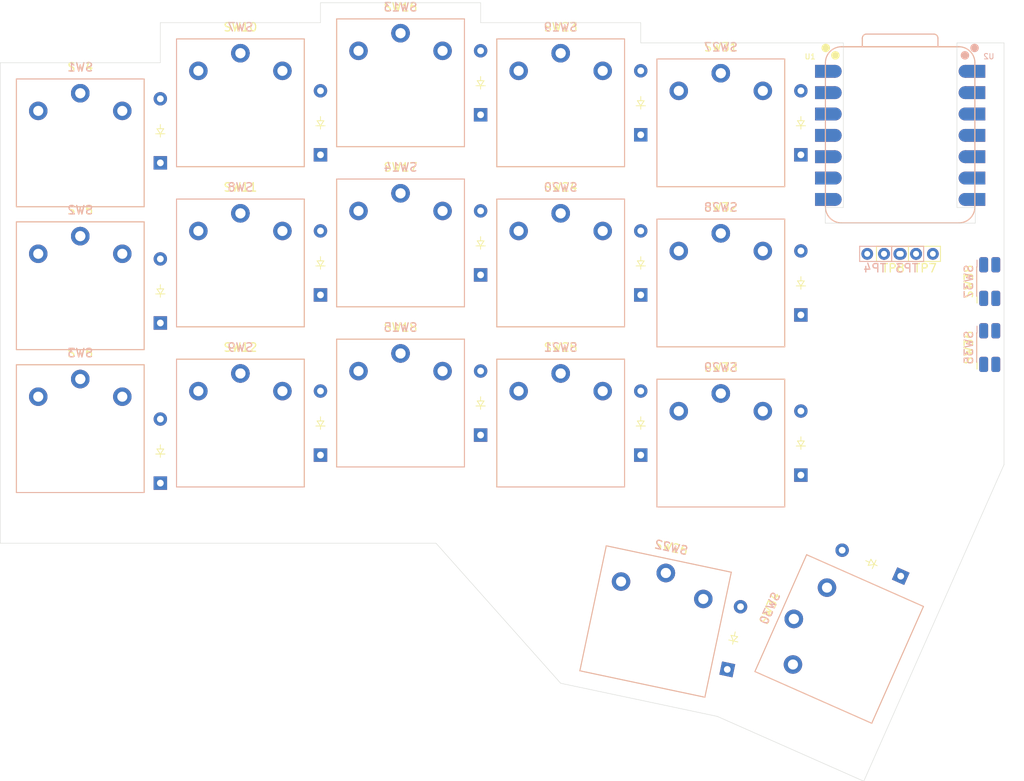
<source format=kicad_pcb>
(kicad_pcb (version 20240108) (generator "pcbnew") (generator_version "8.0")
  (layers (0 "F.Cu" signal) (31 "B.Cu" signal) (34 "B.Paste" user) (35 "F.Paste" user) (36 "B.SilkS" user "B.Silkscreen") (37 "F.SilkS" user "F.Silkscreen") (38 "B.Mask" user) (39 "F.Mask" user) (44 "Edge.Cuts" user))
  (net 0 "")
  (net 1 "Net-(D1-A)")
  (net 2 "R1")
  (net 3 "R2")
  (net 4 "Net-(D2-A)")
  (net 5 "R3")
  (net 6 "Net-(D3-A)")
  (net 7 "Net-(D4-A)")
  (net 8 "Net-(D5-A)")
  (net 9 "Net-(D6-A)")
  (net 10 "Net-(D7-A)")
  (net 11 "Net-(D8-A)")
  (net 12 "Net-(D9-A)")
  (net 13 "Net-(D10-A)")
  (net 14 "Net-(D11-A)")
  (net 15 "Net-(D12-A)")
  (net 16 "Net-(D13-A)")
  (net 17 "R4")
  (net 18 "Net-(D14-A)")
  (net 19 "Net-(D15-A)")
  (net 20 "Net-(D16-A)")
  (net 21 "Net-(D17-A)")
  (net 22 "CR1")
  (net 23 "CL1")
  (net 24 "CR2")
  (net 25 "CL2")
  (net 26 "CR3")
  (net 27 "CL3")
  (net 28 "CR4")
  (net 29 "CL4")
  (net 30 "CR5")
  (net 31 "CL5")
  (net 32 "RESET_LEFT")
  (net 33 "GND")
  (net 34 "RESET_RIGHT")
  (net 35 "PWR_SWITCH_LEFT")
  (net 36 "PWR_SWITCH_RIGHT")
  (footprint "TestPoint:TestPoint_Bridge_Pitch2.0mm_Drill0.7mm" (layer "F.Cu") (at 161.6583 70.358)
    (property "Reference" "TP7" (at 1.1 1.7 0) (layer "F.SilkS"))
    (property "Value" "TestPoint")
    (pad "1" thru_hole circle (at 0 0) (size 1.4 1.4) (drill 0.7) (layers "*.Cu" "*.Mask") (net 34 "RESET_RIGHT"))
    (pad "1" thru_hole circle (at 2 0) (size 1.4 1.4) (drill 0.7) (layers "*.Cu" "*.Mask") (net 34 "RESET_RIGHT"))
  )
  (footprint "ScottoKeebs_Components:Diode_DO-35" (layer "F.Cu") (at 109.855 53.81575 90)
    (property "Reference" "D7" (hide yes))
    (property "Value" "Diode" (hide yes))
    (pad "1" thru_hole rect (at 0 0 90) (size 1.6 1.6) (drill 0.8) (layers "*.Cu" "*.Mask") (net 2 "R1"))
    (pad "2" thru_hole oval (at 7.62 0 90) (size 1.6 1.6) (drill 0.8) (layers "*.Cu" "*.Mask") (net 10 "Net-(D7-A)"))
  )
  (footprint "ScottoKeebs_Choc:Choc_V1_1.00u" (layer "F.Cu") (at 130.669525 114.094676 -11.94)
    (property "Reference" "SW26" (at 0 -9 -11.94) (layer "F.SilkS"))
    (property "Value" "Switch")
    (pad "" np_thru_hole circle (at -5.5 0 348.06) (size 1.9 1.9) (drill 1.9) (layers "*.Cu" "*.Mask"))
    (pad "" np_thru_hole circle (at 0 0 348.06) (size 3.45 3.45) (drill 3.45) (layers "*.Cu" "*.Mask"))
    (pad "" np_thru_hole circle (at 5.5 0 348.06) (size 1.9 1.9) (drill 1.9) (layers "*.Cu" "*.Mask"))
    (pad "1" thru_hole circle (at 0 -5.9 348.06) (size 2.2 2.2) (drill 1.2) (layers "*.Cu" "*.Mask") (net 29 "CL4"))
    (pad "2" thru_hole circle (at 5 -3.8 348.06) (size 2.2 2.2) (drill 1.2) (layers "*.Cu" "*.Mask") (net 16 "Net-(D13-A)"))
  )
  (footprint "Seeed Studio XIAO:XIAO-nRF52840-BG" (layer "F.Cu") (at 159.766 56.261)
    (property "Reference" "U1" (at -10.71115 -9.3642 0) (layer "F.SilkS") (effects (font (size 0.635 0.635) (thickness 0.1016))))
    (property "Value" "XIAO-nRF52840-DIP")
    (pad "1" smd rect (at -8.92 -7.62) (size 2.4 1.524) (layers "B.Cu" "B.Paste" "B.Mask") (net 23 "CL1"))
    (pad "1" smd circle (at -7.72 -7.62) (size 1.524 1.524) (layers "B.Cu" "B.Paste" "B.Mask") (net 23 "CL1"))
    (pad "2" smd rect (at -8.92 -5.08) (size 2.4 1.524) (layers "B.Cu" "B.Paste" "B.Mask") (net 25 "CL2"))
    (pad "2" smd circle (at -7.72 -5.08) (size 1.524 1.524) (layers "B.Cu" "B.Paste" "B.Mask") (net 25 "CL2"))
    (pad "3" smd rect (at -8.92 -2.54) (size 2.4 1.524) (layers "B.Cu" "B.Paste" "B.Mask") (net 27 "CL3"))
    (pad "3" smd circle (at -7.72 -2.54) (size 1.524 1.524) (layers "B.Cu" "B.Paste" "B.Mask") (net 27 "CL3"))
    (pad "4" smd rect (at -8.92 0) (size 2.4 1.524) (layers "B.Cu" "B.Paste" "B.Mask") (net 29 "CL4"))
    (pad "4" smd circle (at -7.72 0) (size 1.524 1.524) (layers "B.Cu" "B.Paste" "B.Mask") (net 29 "CL4"))
    (pad "5" smd rect (at -8.92 2.54) (size 2.4 1.524) (layers "B.Cu" "B.Paste" "B.Mask") (net 31 "CL5"))
    (pad "5" smd circle (at -7.72 2.54) (size 1.524 1.524) (layers "B.Cu" "B.Paste" "B.Mask") (net 31 "CL5"))
    (pad "6" smd rect (at -8.92 5.08) (size 2.4 1.524) (layers "B.Cu" "B.Paste" "B.Mask") (net 2 "R1"))
    (pad "6" smd circle (at -7.72 5.08) (size 1.524 1.524) (layers "B.Cu" "B.Paste" "B.Mask") (net 2 "R1"))
    (pad "7" smd rect (at -8.92 7.62) (size 2.4 1.524) (layers "B.Cu" "B.Paste" "B.Mask") (net 3 "R2"))
    (pad "7" smd circle (at -7.72 7.62) (size 1.524 1.524) (layers "B.Cu" "B.Paste" "B.Mask") (net 3 "R2"))
    (pad "8" smd circle (at 7.72 7.62) (size 1.524 1.524) (layers "B.Cu" "B.Paste" "B.Mask") (net 5 "R3"))
    (pad "8" smd rect (at 8.92 7.62) (size 2.4 1.524) (layers "B.Cu" "B.Paste" "B.Mask") (net 5 "R3"))
    (pad "9" smd circle (at 7.72 5.08) (size 1.524 1.524) (layers "B.Cu" "B.Paste" "B.Mask") (net 17 "R4"))
    (pad "9" smd rect (at 8.92 5.08) (size 2.4 1.524) (layers "B.Cu" "B.Paste" "B.Mask") (net 17 "R4"))
    (pad "10" smd circle (at 7.72 2.54) (size 1.524 1.524) (layers "B.Cu" "B.Paste" "B.Mask") (net 35 "PWR_SWITCH_LEFT"))
    (pad "10" smd rect (at 8.92 2.54) (size 2.4 1.524) (layers "B.Cu" "B.Paste" "B.Mask") (net 35 "PWR_SWITCH_LEFT"))
    (pad "11" smd circle (at 7.72 0) (size 1.524 1.524) (layers "B.Cu" "B.Paste" "B.Mask"))
    (pad "11" smd rect (at 8.92 0) (size 2.4 1.524) (layers "B.Cu" "B.Paste" "B.Mask"))
    (pad "12" smd circle (at 7.72 -2.54) (size 1.524 1.524) (layers "B.Cu" "B.Paste" "B.Mask"))
    (pad "12" smd rect (at 8.92 -2.54) (size 2.4 1.524) (layers "B.Cu" "B.Paste" "B.Mask"))
    (pad "13" smd circle (at 7.72 -5.08) (size 1.524 1.524) (layers "B.Cu" "B.Paste" "B.Mask") (net 33 "GND"))
    (pad "13" smd rect (at 8.92 -5.08) (size 2.4 1.524) (layers "B.Cu" "B.Paste" "B.Mask") (net 33 "GND"))
    (pad "14" smd circle (at 7.72 -7.62) (size 1.524 1.524) (layers "B.Cu" "B.Paste" "B.Mask"))
    (pad "14" smd rect (at 8.92 -7.62) (size 2.4 1.524) (layers "B.Cu" "B.Paste" "B.Mask"))
  )
  (footprint "ScottoKeebs_Choc:Choc_V1_1.00u" (layer "F.Cu") (at 138.43 54.768)
    (property "Reference" "SW31" (at 0 -9 0) (layer "F.SilkS"))
    (property "Value" "Switch")
    (pad "" np_thru_hole circle (at -5.5 0) (size 1.9 1.9) (drill 1.9) (layers "*.Cu" "*.Mask"))
    (pad "" np_thru_hole circle (at 0 0) (size 3.45 3.45) (drill 3.45) (layers "*.Cu" "*.Mask"))
    (pad "" np_thru_hole circle (at 5.5 0) (size 1.9 1.9) (drill 1.9) (layers "*.Cu" "*.Mask"))
    (pad "1" thru_hole circle (at 0 -5.9) (size 2.2 2.2) (drill 1.2) (layers "*.Cu" "*.Mask") (net 31 "CL5"))
    (pad "2" thru_hole circle (at 5 -3.8) (size 2.2 2.2) (drill 1.2) (layers "*.Cu" "*.Mask") (net 18 "Net-(D14-A)"))
  )
  (footprint "ScottoKeebs_Components:Diode_DO-35" (layer "F.Cu") (at 159.833846 108.697874 156.12)
    (property "Reference" "D17" (hide yes))
    (property "Value" "Diode" (hide yes))
    (pad "1" thru_hole rect (at 0 0 156.12) (size 1.6 1.6) (drill 0.8) (layers "*.Cu" "*.Mask") (net 17 "R4"))
    (pad "2" thru_hole oval (at 7.62 0 156.12) (size 1.6 1.6) (drill 0.8) (layers "*.Cu" "*.Mask") (net 21 "Net-(D17-A)"))
  )
  (footprint "ScottoKeebs_Choc:Choc_V1_1.50u" (layer "F.Cu") (at 152.511365 116.175711 66.12)
    (property "Reference" "SW34" (at 0 -9 66.12) (layer "F.SilkS"))
    (property "Value" "Switch")
    (pad "" np_thru_hole circle (at -5.5 0 66.12) (size 1.9 1.9) (drill 1.9) (layers "*.Cu" "*.Mask"))
    (pad "" np_thru_hole circle (at 0 0 66.12) (size 3.45 3.45) (drill 3.45) (layers "*.Cu" "*.Mask"))
    (pad "" np_thru_hole circle (at 5.5 0 66.12) (size 1.9 1.9) (drill 1.9) (layers "*.Cu" "*.Mask"))
    (pad "1" thru_hole circle (at 0 -5.9 66.12) (size 2.2 2.2) (drill 1.2) (layers "*.Cu" "*.Mask") (net 31 "CL5"))
    (pad "2" thru_hole circle (at 5 -3.8 66.12) (size 2.2 2.2) (drill 1.2) (layers "*.Cu" "*.Mask") (net 21 "Net-(D17-A)"))
  )
  (footprint "ScottoKeebs_Choc:Choc_V1_1.00u" (layer "F.Cu") (at 100.33 69.056)
    (property "Reference" "SW17" (at 0 -9 0) (layer "F.SilkS"))
    (property "Value" "Switch")
    (pad "" np_thru_hole circle (at -5.5 0) (size 1.9 1.9) (drill 1.9) (layers "*.Cu" "*.Mask"))
    (pad "" np_thru_hole circle (at 0 0) (size 3.45 3.45) (drill 3.45) (layers "*.Cu" "*.Mask"))
    (pad "" np_thru_hole circle (at 5.5 0) (size 1.9 1.9) (drill 1.9) (layers "*.Cu" "*.Mask"))
    (pad "1" thru_hole circle (at 0 -5.9) (size 2.2 2.2) (drill 1.2) (layers "*.Cu" "*.Mask") (net 27 "CL3"))
    (pad "2" thru_hole circle (at 5 -3.8) (size 2.2 2.2) (drill 1.2) (layers "*.Cu" "*.Mask") (net 11 "Net-(D8-A)"))
  )
  (footprint "ScottoKeebs_Choc:Choc_V1_1.00u" (layer "F.Cu") (at 119.38 52.387)
    (property "Reference" "SW23" (at 0 -9 0) (layer "F.SilkS"))
    (property "Value" "Switch")
    (pad "" np_thru_hole circle (at -5.5 0) (size 1.9 1.9) (drill 1.9) (layers "*.Cu" "*.Mask"))
    (pad "" np_thru_hole circle (at 0 0) (size 3.45 3.45) (drill 3.45) (layers "*.Cu" "*.Mask"))
    (pad "" np_thru_hole circle (at 5.5 0) (size 1.9 1.9) (drill 1.9) (layers "*.Cu" "*.Mask"))
    (pad "1" thru_hole circle (at 0 -5.9) (size 2.2 2.2) (drill 1.2) (layers "*.Cu" "*.Mask") (net 29 "CL4"))
    (pad "2" thru_hole circle (at 5 -3.8) (size 2.2 2.2) (drill 1.2) (layers "*.Cu" "*.Mask") (net 13 "Net-(D10-A)"))
  )
  (footprint "ScottoKeebs_Components:Diode_DO-35" (layer "F.Cu") (at 109.855 91.91575 90)
    (property "Reference" "D9" (hide yes))
    (property "Value" "Diode" (hide yes))
    (pad "1" thru_hole rect (at 0 0 90) (size 1.6 1.6) (drill 0.8) (layers "*.Cu" "*.Mask") (net 5 "R3"))
    (pad "2" thru_hole oval (at 7.62 0 90) (size 1.6 1.6) (drill 0.8) (layers "*.Cu" "*.Mask") (net 12 "Net-(D9-A)"))
  )
  (footprint "ScottoKeebs_Components:Diode_DO-35" (layer "F.Cu") (at 147.955 77.628 90)
    (property "Reference" "D15" (hide yes))
    (property "Value" "Diode" (hide yes))
    (pad "1" thru_hole rect (at 0 0 90) (size 1.6 1.6) (drill 0.8) (layers "*.Cu" "*.Mask") (net 3 "R2"))
    (pad "2" thru_hole oval (at 7.62 0 90) (size 1.6 1.6) (drill 0.8) (layers "*.Cu" "*.Mask") (net 19 "Net-(D15-A)"))
  )
  (footprint "ScottoKeebs_Components:Diode_DO-35" (layer "F.Cu") (at 90.805 75.247 90)
    (property "Reference" "D5" (hide yes))
    (property "Value" "Diode" (hide yes))
    (pad "1" thru_hole rect (at 0 0 90) (size 1.6 1.6) (drill 0.8) (layers "*.Cu" "*.Mask") (net 3 "R2"))
    (pad "2" thru_hole oval (at 7.62 0 90) (size 1.6 1.6) (drill 0.8) (layers "*.Cu" "*.Mask") (net 8 "Net-(D5-A)"))
  )
  (footprint "ScottoKeebs_Components:Diode_DO-35" (layer "F.Cu") (at 71.755 78.58075 90)
    (property "Reference" "D2" (hide yes))
    (property "Value" "Diode" (hide yes))
    (pad "1" thru_hole rect (at 0 0 90) (size 1.6 1.6) (drill 0.8) (layers "*.Cu" "*.Mask") (net 3 "R2"))
    (pad "2" thru_hole oval (at 7.62 0 90) (size 1.6 1.6) (drill 0.8) (layers "*.Cu" "*.Mask") (net 4 "Net-(D2-A)"))
  )
  (footprint "ScottoKeebs_Choc:Choc_V1_1.00u" (layer "F.Cu") (at 81.28 71.437)
    (property "Reference" "SW11" (at 0 -9 0) (layer "F.SilkS"))
    (property "Value" "Switch")
    (pad "" np_thru_hole circle (at -5.5 0) (size 1.9 1.9) (drill 1.9) (layers "*.Cu" "*.Mask"))
    (pad "" np_thru_hole circle (at 0 0) (size 3.45 3.45) (drill 3.45) (layers "*.Cu" "*.Mask"))
    (pad "" np_thru_hole circle (at 5.5 0) (size 1.9 1.9) (drill 1.9) (layers "*.Cu" "*.Mask"))
    (pad "1" thru_hole circle (at 0 -5.9) (size 2.2 2.2) (drill 1.2) (layers "*.Cu" "*.Mask") (net 25 "CL2"))
    (pad "2" thru_hole circle (at 5 -3.8) (size 2.2 2.2) (drill 1.2) (layers "*.Cu" "*.Mask") (net 8 "Net-(D5-A)"))
  )
  (footprint "TestPoint:TestPoint_Bridge_Pitch2.0mm_Drill0.7mm" (layer "F.Cu") (at 157.8483 70.358)
    (property "Reference" "TP8" (at 1.1 1.7 0) (layer "F.SilkS"))
    (property "Value" "TestPoint")
    (pad "1" thru_hole circle (at 0 0) (size 1.4 1.4) (drill 0.7) (layers "*.Cu" "*.Mask") (net 33 "GND"))
    (pad "1" thru_hole circle (at 2 0) (size 1.4 1.4) (drill 0.7) (layers "*.Cu" "*.Mask") (net 33 "GND"))
  )
  (footprint "ScottoKeebs_Components:Diode_DO-35" (layer "F.Cu") (at 109.855 72.86575 90)
    (property "Reference" "D8" (hide yes))
    (property "Value" "Diode" (hide yes))
    (pad "1" thru_hole rect (at 0 0 90) (size 1.6 1.6) (drill 0.8) (layers "*.Cu" "*.Mask") (net 3 "R2"))
    (pad "2" thru_hole oval (at 7.62 0 90) (size 1.6 1.6) (drill 0.8) (layers "*.Cu" "*.Mask") (net 11 "Net-(D8-A)"))
  )
  (footprint "ScottoKeebs_Choc:Choc_V1_1.00u" (layer "F.Cu") (at 138.43 92.868)
    (property "Reference" "SW33" (at 0 -9 0) (layer "F.SilkS"))
    (property "Value" "Switch")
    (pad "" np_thru_hole circle (at -5.5 0) (size 1.9 1.9) (drill 1.9) (layers "*.Cu" "*.Mask"))
    (pad "" np_thru_hole circle (at 0 0) (size 3.45 3.45) (drill 3.45) (layers "*.Cu" "*.Mask"))
    (pad "" np_thru_hole circle (at 5.5 0) (size 1.9 1.9) (drill 1.9) (layers "*.Cu" "*.Mask"))
    (pad "1" thru_hole circle (at 0 -5.9) (size 2.2 2.2) (drill 1.2) (layers "*.Cu" "*.Mask") (net 31 "CL5"))
    (pad "2" thru_hole circle (at 5 -3.8) (size 2.2 2.2) (drill 1.2) (layers "*.Cu" "*.Mask") (net 20 "Net-(D16-A)"))
  )
  (footprint "ScottoKeebs_Choc:Choc_V1_1.00u" (layer "F.Cu") (at 62.23 74.15)
    (property "Reference" "SW5" (at 0 -9 0) (layer "F.SilkS"))
    (property "Value" "Switch")
    (pad "" np_thru_hole circle (at -5.5 0) (size 1.9 1.9) (drill 1.9) (layers "*.Cu" "*.Mask"))
    (pad "" np_thru_hole circle (at 0 0) (size 3.45 3.45) (drill 3.45) (layers "*.Cu" "*.Mask"))
    (pad "" np_thru_hole circle (at 5.5 0) (size 1.9 1.9) (drill 1.9) (layers "*.Cu" "*.Mask"))
    (pad "1" thru_hole circle (at 0 -5.9) (size 2.2 2.2) (drill 1.2) (layers "*.Cu" "*.Mask") (net 23 "CL1"))
    (pad "2" thru_hole circle (at 5 -3.8) (size 2.2 2.2) (drill 1.2) (layers "*.Cu" "*.Mask") (net 4 "Net-(D2-A)"))
  )
  (footprint "ScottoKeebs_Choc:Choc_V1_1.00u" (layer "F.Cu") (at 62.23 57.15)
    (property "Reference" "SW4" (at 0 -9 0) (layer "F.SilkS"))
    (property "Value" "Switch")
    (pad "" np_thru_hole circle (at -5.5 0) (size 1.9 1.9) (drill 1.9) (layers "*.Cu" "*.Mask"))
    (pad "" np_thru_hole circle (at 0 0) (size 3.45 3.45) (drill 3.45) (layers "*.Cu" "*.Mask"))
    (pad "" np_thru_hole circle (at 5.5 0) (size 1.9 1.9) (drill 1.9) (layers "*.Cu" "*.Mask"))
    (pad "1" thru_hole circle (at 0 -5.9) (size 2.2 2.2) (drill 1.2) (layers "*.Cu" "*.Mask") (net 23 "CL1"))
    (pad "2" thru_hole circle (at 5 -3.8) (size 2.2 2.2) (drill 1.2) (layers "*.Cu" "*.Mask") (net 1 "Net-(D1-A)"))
  )
  (footprint "ScottoKeebs_Choc:Choc_V1_1.00u" (layer "F.Cu") (at 81.28 90.487)
    (property "Reference" "SW12" (at 0 -9 0) (layer "F.SilkS"))
    (property "Value" "Switch")
    (pad "" np_thru_hole circle (at -5.5 0) (size 1.9 1.9) (drill 1.9) (layers "*.Cu" "*.Mask"))
    (pad "" np_thru_hole circle (at 0 0) (size 3.45 3.45) (drill 3.45) (layers "*.Cu" "*.Mask"))
    (pad "" np_thru_hole circle (at 5.5 0) (size 1.9 1.9) (drill 1.9) (layers "*.Cu" "*.Mask"))
    (pad "1" thru_hole circle (at 0 -5.9) (size 2.2 2.2) (drill 1.2) (layers "*.Cu" "*.Mask") (net 25 "CL2"))
    (pad "2" thru_hole circle (at 5 -3.8) (size 2.2 2.2) (drill 1.2) (layers "*.Cu" "*.Mask") (net 9 "Net-(D6-A)"))
  )
  (footprint "Switch:SW_SPST_EVQP7A_ HandSoldering" (layer "F.Cu") (at 170.4213 73.65365 90)
    (property "Reference" "SW38" (at 0 -2.5 90) (layer "F.SilkS"))
    (property "Value" "Switch")
    (pad "1" smd roundrect (at -2 -0.72 90) (size 1.8 1.05) (layers "F.Cu" "F.Paste" "F.Mask") (roundrect_rratio 0.2380952381) (net 33 "GND"))
    (pad "1" smd roundrect (at 2 -0.72 90) (size 1.8 1.05) (layers "F.Cu" "F.Paste" "F.Mask") (roundrect_rratio 0.2380952381) (net 33 "GND"))
    (pad "2" smd roundrect (at -2 0.72 90) (size 1.8 1.05) (layers "F.Cu" "F.Paste" "F.Mask") (roundrect_rratio 0.2380952381) (net 36 "PWR_SWITCH_RIGHT"))
    (pad "2" smd roundrect (at 2 0.72 90) (size 1.8 1.05) (layers "F.Cu" "F.Paste" "F.Mask") (roundrect_rratio 0.2380952381) (net 36 "PWR_SWITCH_RIGHT"))
  )
  (footprint "ScottoKeebs_Choc:Choc_V1_1.00u" (layer "F.Cu") (at 100.33 88.106)
    (property "Reference" "SW18" (at 0 -9 0) (layer "F.SilkS"))
    (property "Value" "Switch")
    (pad "" np_thru_hole circle (at -5.5 0) (size 1.9 1.9) (drill 1.9) (layers "*.Cu" "*.Mask"))
    (pad "" np_thru_hole circle (at 0 0) (size 3.45 3.45) (drill 3.45) (layers "*.Cu" "*.Mask"))
    (pad "" np_thru_hole circle (at 5.5 0) (size 1.9 1.9) (drill 1.9) (layers "*.Cu" "*.Mask"))
    (pad "1" thru_hole circle (at 0 -5.9) (size 2.2 2.2) (drill 1.2) (layers "*.Cu" "*.Mask") (net 27 "CL3"))
    (pad "2" thru_hole circle (at 5 -3.8) (size 2.2 2.2) (drill 1.2) (layers "*.Cu" "*.Mask") (net 12 "Net-(D9-A)"))
  )
  (footprint "ScottoKeebs_Components:Diode_DO-35" (layer "F.Cu") (at 128.905 94.297 90)
    (property "Reference" "D12" (hide yes))
    (property "Value" "Diode" (hide yes))
    (pad "1" thru_hole rect (at 0 0 90) (size 1.6 1.6) (drill 0.8) (layers "*.Cu" "*.Mask") (net 5 "R3"))
    (pad "2" thru_hole oval (at 7.62 0 90) (size 1.6 1.6) (drill 0.8) (layers "*.Cu" "*.Mask") (net 15 "Net-(D12-A)"))
  )
  (footprint "ScottoKeebs_Choc:Choc_V1_1.00u" (layer "F.Cu") (at 100.33 50.006)
    (property "Reference" "SW16" (at 0 -9 0) (layer "F.SilkS"))
    (property "Value" "Switch")
    (pad "" np_thru_hole circle (at -5.5 0) (size 1.9 1.9) (drill 1.9) (layers "*.Cu" "*.Mask"))
    (pad "" np_thru_hole circle (at 0 0) (size 3.45 3.45) (drill 3.45) (layers "*.Cu" "*.Mask"))
    (pad "" np_thru_hole circle (at 5.5 0) (size 1.9 1.9) (drill 1.9) (layers "*.Cu" "*.Mask"))
    (pad "1" thru_hole circle (at 0 -5.9) (size 2.2 2.2) (drill 1.2) (layers "*.Cu" "*.Mask") (net 27 "CL3"))
    (pad "2" thru_hole circle (at 5 -3.8) (size 2.2 2.2) (drill 1.2) (layers "*.Cu" "*.Mask") (net 10 "Net-(D7-A)"))
  )
  (footprint "ScottoKeebs_Components:Diode_DO-35" (layer "F.Cu") (at 71.755 97.63075 90)
    (property "Reference" "D3" (hide yes))
    (property "Value" "Diode" (hide yes))
    (pad "1" thru_hole rect (at 0 0 90) (size 1.6 1.6) (drill 0.8) (layers "*.Cu" "*.Mask") (net 5 "R3"))
    (pad "2" thru_hole oval (at 7.62 0 90) (size 1.6 1.6) (drill 0.8) (layers "*.Cu" "*.Mask") (net 6 "Net-(D3-A)"))
  )
  (footprint "ScottoKeebs_Components:Diode_DO-35" (layer "F.Cu") (at 90.805 58.57825 90)
    (property "Reference" "D4" (hide yes))
    (property "Value" "Diode" (hide yes))
    (pad "1" thru_hole rect (at 0 0 90) (size 1.6 1.6) (drill 0.8) (layers "*.Cu" "*.Mask") (net 2 "R1"))
    (pad "2" thru_hole oval (at 7.62 0 90) (size 1.6 1.6) (drill 0.8) (layers "*.Cu" "*.Mask") (net 7 "Net-(D4-A)"))
  )
  (footprint "ScottoKeebs_Components:Diode_DO-35" (layer "F.Cu") (at 71.755 59.53075 90)
    (property "Reference" "D1" (hide yes))
    (property "Value" "Diode" (hide yes))
    (pad "1" thru_hole rect (at 0 0 90) (size 1.6 1.6) (drill 0.8) (layers "*.Cu" "*.Mask") (net 2 "R1"))
    (pad "2" thru_hole oval (at 7.62 0 90) (size 1.6 1.6) (drill 0.8) (layers "*.Cu" "*.Mask") (net 1 "Net-(D1-A)"))
  )
  (footprint "ScottoKeebs_Choc:Choc_V1_1.00u" (layer "F.Cu") (at 62.23 91.15)
    (property "Reference" "SW6" (at 0 -9 0) (layer "F.SilkS"))
    (property "Value" "Switch")
    (pad "" np_thru_hole circle (at -5.5 0) (size 1.9 1.9) (drill 1.9) (layers "*.Cu" "*.Mask"))
    (pad "" np_thru_hole circle (at 0 0) (size 3.45 3.45) (drill 3.45) (layers "*.Cu" "*.Mask"))
    (pad "" np_thru_hole circle (at 5.5 0) (size 1.9 1.9) (drill 1.9) (layers "*.Cu" "*.Mask"))
    (pad "1" thru_hole circle (at 0 -5.9) (size 2.2 2.2) (drill 1.2) (layers "*.Cu" "*.Mask") (net 23 "CL1"))
    (pad "2" thru_hole circle (at 5 -3.8) (size 2.2 2.2) (drill 1.2) (layers "*.Cu" "*.Mask") (net 6 "Net-(D3-A)"))
  )
  (footprint "Switch:SW_SPST_EVQP7A_ HandSoldering" (layer "F.Cu") (at 170.4213 81.5086 90)
    (property "Reference" "SW36" (at 0 -2.5 90) (layer "F.SilkS"))
    (property "Value" "Switch")
    (pad "1" smd roundrect (at -2 -0.72 90) (size 1.8 1.05) (layers "F.Cu" "F.Paste" "F.Mask") (roundrect_rratio 0.2380952381) (net 34 "RESET_RIGHT"))
    (pad "1" smd roundrect (at 2 -0.72 90) (size 1.8 1.05) (layers "F.Cu" "F.Paste" "F.Mask") (roundrect_rratio 0.2380952381) (net 34 "RESET_RIGHT"))
    (pad "2" smd roundrect (at -2 0.72 90) (size 1.8 1.05) (layers "F.Cu" "F.Paste" "F.Mask") (roundrect_rratio 0.2380952381) (net 33 "GND"))
    (pad "2" smd roundrect (at 2 0.72 90) (size 1.8 1.05) (layers "F.Cu" "F.Paste" "F.Mask") (roundrect_rratio 0.2380952381) (net 33 "GND"))
  )
  (footprint "ScottoKeebs_Choc:Choc_V1_1.00u" (layer "F.Cu") (at 81.28 52.387)
    (property "Reference" "SW10" (at 0 -9 0) (layer "F.SilkS"))
    (property "Value" "Switch")
    (pad "" np_thru_hole circle (at -5.5 0) (size 1.9 1.9) (drill 1.9) (layers "*.Cu" "*.Mask"))
    (pad "" np_thru_hole circle (at 0 0) (size 3.45 3.45) (drill 3.45) (layers "*.Cu" "*.Mask"))
    (pad "" np_thru_hole circle (at 5.5 0) (size 1.9 1.9) (drill 1.9) (layers "*.Cu" "*.Mask"))
    (pad "1" thru_hole circle (at 0 -5.9) (size 2.2 2.2) (drill 1.2) (layers "*.Cu" "*.Mask") (net 25 "CL2"))
    (pad "2" thru_hole circle (at 5 -3.8) (size 2.2 2.2) (drill 1.2) (layers "*.Cu" "*.Mask") (net 7 "Net-(D4-A)"))
  )
  (footprint "ScottoKeebs_Components:Diode_DO-35" (layer "F.Cu") (at 128.905 75.247 90)
    (property "Reference" "D11" (hide yes))
    (property "Value" "Diode" (hide yes))
    (pad "1" thru_hole rect (at 0 0 90) (size 1.6 1.6) (drill 0.8) (layers "*.Cu" "*.Mask") (net 3 "R2"))
    (pad "2" thru_hole oval (at 7.62 0 90) (size 1.6 1.6) (drill 0.8) (layers "*.Cu" "*.Mask") (net 14 "Net-(D11-A)"))
  )
  (footprint "ScottoKeebs_Components:Diode_DO-35" (layer "F.Cu") (at 147.955 96.678 90)
    (property "Reference" "D16" (hide yes))
    (property "Value" "Diode" (hide yes))
    (pad "1" thru_hole rect (at 0 0 90) (size 1.6 1.6) (drill 0.8) (layers "*.Cu" "*.Mask") (net 5 "R3"))
    (pad "2" thru_hole oval (at 7.62 0 90) (size 1.6 1.6) (drill 0.8) (layers "*.Cu" "*.Mask") (net 20 "Net-(D16-A)"))
  )
  (footprint "ScottoKeebs_Choc:Choc_V1_1.00u" (layer "F.Cu") (at 119.38 71.437)
    (property "Reference" "SW24" (at 0 -9 0) (layer "F.SilkS"))
    (property "Value" "Switch")
    (pad "" np_thru_hole circle (at -5.5 0) (size 1.9 1.9) (drill 1.9) (layers "*.Cu" "*.Mask"))
    (pad "" np_thru_hole circle (at 0 0) (size 3.45 3.45) (drill 3.45) (layers "*.Cu" "*.Mask"))
    (pad "" np_thru_hole circle (at 5.5 0) (size 1.9 1.9) (drill 1.9) (layers "*.Cu" "*.Mask"))
    (pad "1" thru_hole circle (at 0 -5.9) (size 2.2 2.2) (drill 1.2) (layers "*.Cu" "*.Mask") (net 29 "CL4"))
    (pad "2" thru_hole circle (at 5 -3.8) (size 2.2 2.2) (drill 1.2) (layers "*.Cu" "*.Mask") (net 14 "Net-(D11-A)"))
  )
  (footprint "ScottoKeebs_Components:Diode_DO-35" (layer "F.Cu") (at 90.805 94.297 90)
    (property "Reference" "D6" (hide yes))
    (property "Value" "Diode" (hide yes))
    (pad "1" thru_hole rect (at 0 0 90) (size 1.6 1.6) (drill 0.8) (layers "*.Cu" "*.Mask") (net 5 "R3"))
    (pad "2" thru_hole oval (at 7.62 0 90) (size 1.6 1.6) (drill 0.8) (layers "*.Cu" "*.Mask") (net 9 "Net-(D6-A)"))
  )
  (footprint "ScottoKeebs_Components:Diode_DO-35" (layer "F.Cu") (at 147.955 58.578 90)
    (property "Reference" "D14" (hide yes))
    (property "Value" "Diode" (hide yes))
    (pad "1" thru_hole rect (at 0 0 90) (size 1.6 1.6) (drill 0.8) (layers "*.Cu" "*.Mask") (net 2 "R1"))
    (pad "2" thru_hole oval (at 7.62 0 90) (size 1.6 1.6) (drill 0.8) (layers "*.Cu" "*.Mask") (net 18 "Net-(D14-A)"))
  )
  (footprint "ScottoKeebs_Choc:Choc_V1_1.00u" (layer "F.Cu") (at 119.38 90.487)
    (property "Reference" "SW25" (at 0 -9 0) (layer "F.SilkS"))
    (property "Value" "Switch")
    (pad "" np_thru_hole circle (at -5.5 0) (size 1.9 1.9) (drill 1.9) (layers "*.Cu" "*.Mask"))
    (pad "" np_thru_hole circle (at 0 0) (size 3.45 3.45) (drill 3.45) (layers "*.Cu" "*.Mask"))
    (pad "" np_thru_hole circle (at 5.5 0) (size 1.9 1.9) (drill 1.9) (layers "*.Cu" "*.Mask"))
    (pad "1" thru_hole circle (at 0 -5.9) (size 2.2 2.2) (drill 1.2) (layers "*.Cu" "*.Mask") (net 29 "CL4"))
    (pad "2" thru_hole circle (at 5 -3.8) (size 2.2 2.2) (drill 1.2) (layers "*.Cu" "*.Mask") (net 15 "Net-(D12-A)"))
  )
  (footprint "ScottoKeebs_Choc:Choc_V1_1.00u" (layer "F.Cu") (at 138.43 73.818)
    (property "Reference" "SW32" (at 0 -9 0) (layer "F.SilkS"))
    (property "Value" "Switch")
    (pad "" np_thru_hole circle (at -5.5 0) (size 1.9 1.9) (drill 1.9) (layers "*.Cu" "*.Mask"))
    (pad "" np_thru_hole circle (at 0 0) (size 3.45 3.45) (drill 3.45) (layers "*.Cu" "*.Mask"))
    (pad "" np_thru_hole circle (at 5.5 0) (size 1.9 1.9) (drill 1.9) (layers "*.Cu" "*.Mask"))
    (pad "1" thru_hole circle (at 0 -5.9) (size 2.2 2.2) (drill 1.2) (layers "*.Cu" "*.Mask") (net 31 "CL5"))
    (pad "2" thru_hole circle (at 5 -3.8) (size 2.2 2.2) (drill 1.2) (layers "*.Cu" "*.Mask") (net 19 "Net-(D15-A)"))
  )
  (footprint "ScottoKeebs_Components:Diode_DO-35" (layer "F.Cu") (at 128.905 56.197 90)
    (property "Reference" "D10" (hide yes))
    (property "Value" "Diode" (hide yes))
    (pad "1" thru_hole rect (at 0 0 90) (size 1.6 1.6) (drill 0.8) (layers "*.Cu" "*.Mask") (net 2 "R1"))
    (pad "2" thru_hole oval (at 7.62 0 90) (size 1.6 1.6) (drill 0.8) (layers "*.Cu" "*.Mask") (net 13 "Net-(D10-A)"))
  )
  (footprint "ScottoKeebs_Components:Diode_DO-35" (layer "F.Cu") (at 139.200209 119.792849 78.06)
    (property "Reference" "D13" (hide yes))
    (property "Value" "Diode" (hide yes))
    (pad "1" thru_hole rect (at 0 0 78.06) (size 1.6 1.6) (drill 0.8) (layers "*.Cu" "*.Mask") (net 17 "R4"))
    (pad "2" thru_hole oval (at 7.62 0 78.06) (size 1.6 1.6) (drill 0.8) (layers "*.Cu" "*.Mask") (net 16 "Net-(D13-A)"))
  )
  (footprint "ScottoKeebs_Choc:Choc_V1_1.00u" (layer "B.Cu") (at 138.43 92.868 180)
    (property "Reference" "SW29" (at 0 9 0) (layer "B.SilkS") (effects (justify mirror)))
    (property "Value" "Switch")
    (pad "" np_thru_hole circle (at -5.5 0 180) (size 1.9 1.9) (drill 1.9) (layers "*.Cu" "*.Mask"))
    (pad "" np_thru_hole circle (at 0 0 180) (size 3.45 3.45) (drill 3.45) (layers "*.Cu" "*.Mask"))
    (pad "" np_thru_hole circle (at 5.5 0 180) (size 1.9 1.9) (drill 1.9) (layers "*.Cu" "*.Mask"))
    (pad "1" thru_hole circle (at 0 5.9 180) (size 2.2 2.2) (drill 1.2) (layers "*.Cu" "*.Mask") (net 30 "CR5"))
    (pad "2" thru_hole circle (at 5 3.8 180) (size 2.2 2.2) (drill 1.2) (layers "*.Cu" "*.Mask") (net 20 "Net-(D16-A)"))
  )
  (footprint "ScottoKeebs_Choc:Choc_V1_1.00u" (layer "B.Cu") (at 119.38 52.387 180)
    (property "Reference" "SW19" (at 0 9 0) (layer "B.SilkS") (effects (justify mirror)))
    (property "Value" "Switch")
    (pad "" np_thru_hole circle (at -5.5 0 180) (size 1.9 1.9) (drill 1.9) (layers "*.Cu" "*.Mask"))
    (pad "" np_thru_hole circle (at 0 0 180) (size 3.45 3.45) (drill 3.45) (layers "*.Cu" "*.Mask"))
    (pad "" np_thru_hole circle (at 5.5 0 180) (size 1.9 1.9) (drill 1.9) (layers "*.Cu" "*.Mask"))
    (pad "1" thru_hole circle (at 0 5.9 180) (size 2.2 2.2) (drill 1.2) (layers "*.Cu" "*.Mask") (net 28 "CR4"))
    (pad "2" thru_hole circle (at 5 3.8 180) (size 2.2 2.2) (drill 1.2) (layers "*.Cu" "*.Mask") (net 13 "Net-(D10-A)"))
  )
  (footprint "ScottoKeebs_Choc:Choc_V1_1.00u" (layer "B.Cu") (at 81.28 71.437 180)
    (property "Reference" "SW8" (at 0 9 0) (layer "B.SilkS") (effects (justify mirror)))
    (property "Value" "Switch")
    (pad "" np_thru_hole circle (at -5.5 0 180) (size 1.9 1.9) (drill 1.9) (layers "*.Cu" "*.Mask"))
    (pad "" np_thru_hole circle (at 0 0 180) (size 3.45 3.45) (drill 3.45) (layers "*.Cu" "*.Mask"))
    (pad "" np_thru_hole circle (at 5.5 0 180) (size 1.9 1.9) (drill 1.9) (layers "*.Cu" "*.Mask"))
    (pad "1" thru_hole circle (at 0 5.9 180) (size 2.2 2.2) (drill 1.2) (layers "*.Cu" "*.Mask") (net 24 "CR2"))
    (pad "2" thru_hole circle (at 5 3.8 180) (size 2.2 2.2) (drill 1.2) (layers "*.Cu" "*.Mask") (net 8 "Net-(D5-A)"))
  )
  (footprint "Switch:SW_SPST_EVQP7A_ HandSoldering" (layer "B.Cu") (at 170.4213 73.65365 -90)
    (property "Reference" "SW37" (at 0 2.5 90) (layer "B.SilkS") (effects (justify mirror)))
    (property "Value" "Switch")
    (pad "1" smd roundrect (at -2 0.72 270) (size 1.8 1.05) (layers "B.Cu" "B.Paste" "B.Mask") (roundrect_rratio 0.2380952381) (net 33 "GND"))
    (pad "1" smd roundrect (at 2 0.72 270) (size 1.8 1.05) (layers "B.Cu" "B.Paste" "B.Mask") (roundrect_rratio 0.2380952381) (net 33 "GND"))
    (pad "2" smd roundrect (at -2 -0.72 270) (size 1.8 1.05) (layers "B.Cu" "B.Paste" "B.Mask") (roundrect_rratio 0.2380952381) (net 35 "PWR_SWITCH_LEFT"))
    (pad "2" smd roundrect (at 2 -0.72 270) (size 1.8 1.05) (layers "B.Cu" "B.Paste" "B.Mask") (roundrect_rratio 0.2380952381) (net 35 "PWR_SWITCH_LEFT"))
  )
  (footprint "ScottoKeebs_Choc:Choc_V1_1.00u" (layer "B.Cu") (at 130.669524 114.094677 168.06)
    (property "Reference" "SW22" (at 0 9 168.06) (layer "B.SilkS") (effects (justify mirror)))
    (property "Value" "Switch")
    (pad "" np_thru_hole circle (at -5.5 0 168.06) (size 1.9 1.9) (drill 1.9) (layers "*.Cu" "*.Mask"))
    (pad "" np_thru_hole circle (at 0 0 168.06) (size 3.45 3.45) (drill 3.45) (layers "*.Cu" "*.Mask"))
    (pad "" np_thru_hole circle (at 5.5 0 168.06) (size 1.9 1.9) (drill 1.9) (layers "*.Cu" "*.Mask"))
    (pad "1" thru_hole circle (at 0 5.9 168.06) (size 2.2 2.2) (drill 1.2) (layers "*.Cu" "*.Mask") (net 28 "CR4"))
    (pad "2" thru_hole circle (at 5 3.800001 168.06) (size 2.2 2.2) (drill 1.2) (layers "*.Cu" "*.Mask") (net 16 "Net-(D13-A)"))
  )
  (footprint "ScottoKeebs_Choc:Choc_V1_1.00u" (layer "B.Cu") (at 62.23 74.15 180)
    (property "Reference" "SW2" (at 0 9 0) (layer "B.SilkS") (effects (justify mirror)))
    (property "Value" "Switch")
    (pad "" np_thru_hole circle (at -5.5 0 180) (size 1.9 1.9) (drill 1.9) (layers "*.Cu" "*.Mask"))
    (pad "" np_thru_hole circle (at 0 0 180) (size 3.45 3.45) (drill 3.45) (layers "*.Cu" "*.Mask"))
    (pad "" np_thru_hole circle (at 5.5 0 180) (size 1.9 1.9) (drill 1.9) (layers "*.Cu" "*.Mask"))
    (pad "1" thru_hole circle (at 0 5.9 180) (size 2.2 2.2) (drill 1.2) (layers "*.Cu" "*.Mask") (net 22 "CR1"))
    (pad "2" thru_hole circle (at 5 3.8 180) (size 2.2 2.2) (drill 1.2) (layers "*.Cu" "*.Mask") (net 4 "Net-(D2-A)"))
  )
  (footprint "ScottoKeebs_Choc:Choc_V1_1.00u" (layer "B.Cu") (at 119.38 90.487 180)
    (property "Reference" "SW21" (at 0 9 0) (layer "B.SilkS") (effects (justify mirror)))
    (property "Value" "Switch")
    (pad "" np_thru_hole circle (at -5.5 0 180) (size 1.9 1.9) (drill 1.9) (layers "*.Cu" "*.Mask"))
    (pad "" np_thru_hole circle (at 0 0 180) (size 3.45 3.45) (drill 3.45) (layers "*.Cu" "*.Mask"))
    (pad "" np_thru_hole circle (at 5.5 0 180) (size 1.9 1.9) (drill 1.9) (layers "*.Cu" "*.Mask"))
    (pad "1" thru_hole circle (at 0 5.9 180) (size 2.2 2.2) (drill 1.2) (layers "*.Cu" "*.Mask") (net 28 "CR4"))
    (pad "2" thru_hole circle (at 5 3.8 180) (size 2.2 2.2) (drill 1.2) (layers "*.Cu" "*.Mask") (net 15 "Net-(D12-A)"))
  )
  (footprint "ScottoKeebs_Choc:Choc_V1_1.00u" (layer "B.Cu") (at 138.43 73.818 180)
    (property "Reference" "SW28" (at 0 9 0) (layer "B.SilkS") (effects (justify mirror)))
    (property "Value" "Switch")
    (pad "" np_thru_hole circle (at -5.5 0 180) (size 1.9 1.9) (drill 1.9) (layers "*.Cu" "*.Mask"))
    (pad "" np_thru_hole circle (at 0 0 180) (size 3.45 3.45) (drill 3.45) (layers "*.Cu" "*.Mask"))
    (pad "" np_thru_hole circle (at 5.5 0 180) (size 1.9 1.9) (drill 1.9) (layers "*.Cu" "*.Mask"))
    (pad "1" thru_hole circle (at 0 5.9 180) (size 2.2 2.2) (drill 1.2) (layers "*.Cu" "*.Mask") (net 30 "CR5"))
    (pad "2" thru_hole circle (at 5 3.8 180) (size 2.2 2.2) (drill 1.2) (layers "*.Cu" "*.Mask") (net 19 "Net-(D15-A)"))
  )
  (footprint "ScottoKeebs_Choc:Choc_V1_1.00u" (layer "B.Cu") (at 100.33 50.006 180)
    (property "Reference" "SW13" (at 0 9 0) (layer "B.SilkS") (effects (justify mirror)))
    (property "Value" "Switch")
    (pad "" np_thru_hole circle (at -5.5 0 180) (size 1.9 1.9) (drill 1.9) (layers "*.Cu" "*.Mask"))
    (pad "" np_thru_hole circle (at 0 0 180) (size 3.45 3.45) (drill 3.45) (layers "*.Cu" "*.Mask"))
    (pad "" np_thru_hole circle (at 5.5 0 180) (size 1.9 1.9) (drill 1.9) (layers "*.Cu" "*.Mask"))
    (pad "1" thru_hole circle (at 0 5.9 180) (size 2.2 2.2) (drill 1.2) (layers "*.Cu" "*.Mask") (net 26 "CR3"))
    (pad "2" thru_hole circle (at 5 3.8 180) (size 2.2 2.2) (drill 1.2) (layers "*.Cu" "*.Mask") (net 10 "Net-(D7-A)"))
  )
  (footprint "ScottoKeebs_Choc:Choc_V1_1.00u" (layer "B.Cu") (at 100.33 88.106 180)
    (property "Reference" "SW15" (at 0 9 0) (layer "B.SilkS") (effects (justify mirror)))
    (property "Value" "Switch")
    (pad "" np_thru_hole circle (at -5.5 0 180) (size 1.9 1.9) (drill 1.9) (layers "*.Cu" "*.Mask"))
    (pad "" np_thru_hole circle (at 0 0 180) (size 3.45 3.45) (drill 3.45) (layers "*.Cu" "*.Mask"))
    (pad "" np_thru_hole circle (at 5.5 0 180) (size 1.9 1.9) (drill 1.9) (layers "*.Cu" "*.Mask"))
    (pad "1" thru_hole circle (at 0 5.9 180) (size 2.2 2.2) (drill 1.2) (layers "*.Cu" "*.Mask") (net 26 "CR3"))
    (pad "2" thru_hole circle (at 5 3.8 180) (size 2.2 2.2) (drill 1.2) (layers "*.Cu" "*.Mask") (net 12 "Net-(D9-A)"))
  )
  (footprint "ScottoKeebs_Choc:Choc_V1_1.00u" (layer "B.Cu") (at 100.33 69.056 180)
    (property "Reference" "SW14" (at 0 9 0) (layer "B.SilkS") (effects (justify mirror)))
    (property "Value" "Switch")
    (pad "" np_thru_hole circle (at -5.5 0 180) (size 1.9 1.9) (drill 1.9) (layers "*.Cu" "*.Mask"))
    (pad "" np_thru_hole circle (at 0 0 180) (size 3.45 3.45) (drill 3.45) (layers "*.Cu" "*.Mask"))
    (pad "" np_thru_hole circle (at 5.5 0 180) (size 1.9 1.9) (drill 1.9) (layers "*.Cu" "*.Mask"))
    (pad "1" thru_hole circle (at 0 5.9 180) (size 2.2 2.2) (drill 1.2) (layers "*.Cu" "*.Mask") (net 26 "CR3"))
    (pad "2" thru_hole circle (at 5 3.8 180) (size 2.2 2.2) (drill 1.2) (layers "*.Cu" "*.Mask") (net 11 "Net-(D8-A)"))
  )
  (footprint "ScottoKeebs_Choc:Choc_V1_1.00u" (layer "B.Cu") (at 81.28 90.487 180)
    (property "Reference" "SW9" (at 0 9 0) (layer "B.SilkS") (effects (justify mirror)))
    (property "Value" "Switch")
    (pad "" np_thru_hole circle (at -5.5 0 180) (size 1.9 1.9) (drill 1.9) (layers "*.Cu" "*.Mask"))
    (pad "" np_thru_hole circle (at 0 0 180) (size 3.45 3.45) (drill 3.45) (layers "*.Cu" "*.Mask"))
    (pad "" np_thru_hole circle (at 5.5 0 180) (size 1.9 1.9) (drill 1.9) (layers "*.Cu" "*.Mask"))
    (pad "1" thru_hole circle (at 0 5.9 180) (size 2.2 2.2) (drill 1.2) (layers "*.Cu" "*.Mask") (net 24 "CR2"))
    (pad "2" thru_hole circle (at 5 3.8 180) (size 2.2 2.2) (drill 1.2) (layers "*.Cu" "*.Mask") (net 9 "Net-(D6-A)"))
  )
  (footprint "TestPoint:TestPoint_Bridge_Pitch2.0mm_Drill0.7mm" (layer "B.Cu") (at 157.8483 70.358 180)
    (property "Reference" "TP4" (at 1.1 -1.7 0) (layer "B.SilkS") (effects (justify mirror)))
    (property "Value" "TestPoint")
    (pad "1" thru_hole circle (at 0 0 180) (size 1.4 1.4) (drill 0.7) (layers "*.Cu" "*.Mask") (net 33 "GND"))
    (pad "1" thru_hole circle (at 2 0 180) (size 1.4 1.4) (drill 0.7) (layers "*.Cu" "*.Mask") (net 33 "GND"))
  )
  (footprint "ScottoKeebs_Choc:Choc_V1_1.00u" (layer "B.Cu") (at 119.38 71.437 180)
    (property "Reference" "SW20" (at 0 9 0) (layer "B.SilkS") (effects (justify mirror)))
    (property "Value" "Switch")
    (pad "" np_thru_hole circle (at -5.5 0 180) (size 1.9 1.9) (drill 1.9) (layers "*.Cu" "*.Mask"))
    (pad "" np_thru_hole circle (at 0 0 180) (size 3.45 3.45) (drill 3.45) (layers "*.Cu" "*.Mask"))
    (pad "" np_thru_hole circle (at 5.5 0 180) (size 1.9 1.9) (drill 1.9) (layers "*.Cu" "*.Mask"))
    (pad "1" thru_hole circle (at 0 5.9 180) (size 2.2 2.2) (drill 1.2) (layers "*.Cu" "*.Mask") (net 28 "CR4"))
    (pad "2" thru_hole circle (at 5 3.8 180) (size 2.2 2.2) (drill 1.2) (layers "*.Cu" "*.Mask") (net 14 "Net-(D11-A)"))
  )
  (footprint "ScottoKeebs_Choc:Choc_V1_1.50u" (layer "B.Cu") (at 152.511365 116.175711 -113.88)
    (property "Reference" "SW30" (at 0 9 66.12) (layer "B.SilkS") (effects (justify mirror)))
    (property "Value" "Switch")
    (pad "" np_thru_hole circle (at -5.5 0 246.12) (size 1.9 1.9) (drill 1.9) (layers "*.Cu" "*.Mask"))
    (pad "" np_thru_hole circle (at 0 0 246.12) (size 3.45 3.45) (drill 3.45) (layers "*.Cu" "*.Mask"))
    (pad "" np_thru_hole circle (at 5.5 0 246.12) (size 1.9 1.9) (drill 1.9) (layers "*.Cu" "*.Mask"))
    (pad "1" thru_hole circle (at 0 5.9 246.12) (size 2.2 2.2) (drill 1.2) (layers "*.Cu" "*.Mask") (net 30 "CR5"))
    (pad "2" thru_hole circle (at 5 3.8 246.12) (size 2.2 2.2) (drill 1.2) (layers "*.Cu" "*.Mask") (net 21 "Net-(D17-A)"))
  )
  (footprint "ScottoKeebs_Choc:Choc_V1_1.00u" (layer "B.Cu") (at 62.23 91.15 180)
    (property "Reference" "SW3" (at 0 9 0) (layer "B.SilkS") (effects (justify mirror)))
    (property "Value" "Switch")
    (pad "" np_thru_hole circle (at -5.5 0 180) (size 1.9 1.9) (drill 1.9) (layers "*.Cu" "*.Mask"))
    (pad "" np_thru_hole circle (at 0 0 180) (size 3.45 3.45) (drill 3.45) (layers "*.Cu" "*.Mask"))
    (pad "" np_thru_hole circle (at 5.5 0 180) (size 1.9 1.9) (drill 1.9) (layers "*.Cu" "*.Mask"))
    (pad "1" thru_hole circle (at 0 5.9 180) (size 2.2 2.2) (drill 1.2) (layers "*.Cu" "*.Mask") (net 22 "CR1"))
    (pad "2" thru_hole circle (at 5 3.8 180) (size 2.2 2.2) (drill 1.2) (layers "*.Cu" "*.Mask") (net 6 "Net-(D3-A)"))
  )
  (footprint "TestPoint:TestPoint_Bridge_Pitch2.0mm_Drill0.7mm" (layer "B.Cu") (at 161.6583 70.358 180)
    (property "Reference" "TP3" (at 1.1 -1.7 0) (layer "B.SilkS") (effects (justify mirror)))
    (property "Value" "TestPoint")
    (pad "1" thru_hole circle (at 0 0 180) (size 1.4 1.4) (drill 0.7) (layers "*.Cu" "*.Mask") (net 32 "RESET_LEFT"))
    (pad "1" thru_hole circle (at 2 0 180) (size 1.4 1.4) (drill 0.7) (layers "*.Cu" "*.Mask") (net 32 "RESET_LEFT"))
  )
  (footprint "Seeed Studio XIAO:XIAO-nRF52840-BG" (layer "B.Cu") (at 159.766 56.261 180)
    (property "Reference" "U2" (at -10.54865 9.3896 0) (layer "B.SilkS") (effects (font (size 0.635 0.635) (thickness 0.1016)) (justify mirror)))
    (property "Value" "XIAO-nRF52840-DIP")
    (pad "1" smd rect (at -8.92 7.62 180) (size 2.4 1.524) (layers "F.Cu" "F.Paste" "F.Mask") (net 22 "CR1"))
    (pad "1" smd circle (at -7.72 7.62 180) (size 1.524 1.524) (layers "F.Cu" "F.Paste" "F.Mask") (net 22 "CR1"))
    (pad "2" smd rect (at -8.92 5.08 180) (size 2.4 1.524) (layers "F.Cu" "F.Paste" "F.Mask") (net 24 "CR2"))
    (pad "2" smd circle (at -7.72 5.08 180) (size 1.524 1.524) (layers "F.Cu" "F.Paste" "F.Mask") (net 24 "CR2"))
    (pad "3" smd rect (at -8.92 2.54 180) (size 2.4 1.524) (layers "F.Cu" "F.Paste" "F.Mask") (net 26 "CR3"))
    (pad "3" smd circle (at -7.72 2.54 180) (size 1.524 1.524) (layers "F.Cu" "F.Paste" "F.Mask") (net 26 "CR3"))
    (pad "4" smd rect (at -8.92 0 180) (size 2.4 1.524) (layers "F.Cu" "F.Paste" "F.Mask") (net 28 "CR4"))
    (pad "4" smd circle (at -7.72 0 180) (size 1.524 1.524) (layers "F.Cu" "F.Paste" "F.Mask") (net 28 "CR4"))
    (pad "5" smd rect (at -8.92 -2.54 180) (size 2.4 1.524) (layers "F.Cu" "F.Paste" "F.Mask") (net 30 "CR5"))
    (pad "5" smd circle (at -7.72 -2.54 180) (size 1.524 1.524) (layers "F.Cu" "F.Paste" "F.Mask") (net 30 "CR5"))
    (pad "6" smd rect (at -8.92 -5.08 180) (size 2.4 1.524) (layers "F.Cu" "F.Paste" "F.Mask") (net 2 "R1"))
    (pad "6" smd circle (at -7.72 -5.08 180) (size 1.524 1.524) (layers "F.Cu" "F.Paste" "F.Mask") (net 2 "R1"))
    (pad "7" smd rect (at -8.92 -7.62 180) (size 2.4 1.524) (layers "F.Cu" "F.Paste" "F.Mask") (net 3 "R2"))
    (pad "7" smd circle (at -7.72 -7.62 180) (size 1.524 1.524) (layers "F.Cu" "F.Paste" "F.Mask") (net 3 "R2"))
    (pad "8" smd circle (at 7.72 -7.62 180) (size 1.524 1.524) (layers "F.Cu" "F.Paste" "F.Mask") (net 5 "R3"))
    (pad "8" smd rect (at 8.92 -7.62 180) (size 2.4 1.524) (layers "F.Cu" "F.Paste" "F.Mask") (net 5 "R3"))
    (pad "9" smd circle (at 7.72 -5.08 180) (size 1.524 1.524) (layers "F.Cu" "F.Paste" "F.Mask") (net 5 "R3"))
    (pad "9" smd rect (at 8.92 -5.08 180) (size 2.4 1.524) (layers "F.Cu" "F.Paste" "F.Mask") (net 5 "R3"))
    (pad "10" smd circle (at 7.72 -2.54 180) (size 1.524 1.524) (layers "F.Cu" "F.Paste" "F.Mask") (net 36 "PWR_SWITCH_RIGHT"))
    (pad "10" smd rect (at 8.92 -2.54 180) (size 2.4 1.524) (layers "F.Cu" "F.Paste" "F.Mask") (net 36 "PWR_SWITCH_RIGHT"))
    (pad "11" smd circle (at 7.72 0 180) (size 1.524 1.524) (layers "F.Cu" "F.Paste" "F.Mask"))
    (pad "11" smd rect (at 8.92 0 180) (size 2.4 1.524) (layers "F.Cu" "F.Paste" "F.Mask"))
    (pad "12" smd circle (at 7.72 2.54 180) (size 1.524 1.524) (layers "F.Cu" "F.Paste" "F.Mask"))
    (pad "12" smd rect (at 8.92 2.54 180) (size 2.4 1.524) (layers "F.Cu" "F.Paste" "F.Mask"))
    (pad "13" smd circle (at 7.72 5.08 180) (size 1.524 1.524) (layers "F.Cu" "F.Paste" "F.Mask") (net 33 "GND"))
    (pad "13" smd rect (at 8.92 5.08 180) (size 2.4 1.524) (layers "F.Cu" "F.Paste" "F.Mask") (net 33 "GND"))
    (pad "14" smd circle (at 7.72 7.62 180) (size 1.524 1.524) (layers "F.Cu" "F.Paste" "F.Mask"))
    (pad "14" smd rect (at 8.92 7.62 180) (size 2.4 1.524) (layers "F.Cu" "F.Paste" "F.Mask"))
  )
  (footprint "Switch:SW_SPST_EVQP7A_ HandSoldering" (layer "B.Cu") (at 170.4213 81.5086 -90)
    (property "Reference" "SW35" (at 0 2.5 90) (layer "B.SilkS") (effects (justify mirror)))
    (property "Value" "Switch")
    (pad "1" smd roundrect (at -2 0.72 270) (size 1.8 1.05) (layers "B.Cu" "B.Paste" "B.Mask") (roundrect_rratio 0.2380952381) (net 32 "RESET_LEFT"))
    (pad "1" smd roundrect (at 2 0.72 270) (size 1.8 1.05) (layers "B.Cu" "B.Paste" "B.Mask") (roundrect_rratio 0.2380952381) (net 32 "RESET_LEFT"))
    (pad "2" smd roundrect (at -2 -0.72 270) (size 1.8 1.05) (layers "B.Cu" "B.Paste" "B.Mask") (roundrect_rratio 0.2380952381) (net 33 "GND"))
    (pad "2" smd roundrect (at 2 -0.72 270) (size 1.8 1.05) (layers "B.Cu" "B.Paste" "B.Mask") (roundrect_rratio 0.2380952381) (net 33 "GND"))
  )
  (footprint "ScottoKeebs_Choc:Choc_V1_1.00u" (layer "B.Cu") (at 81.28 52.387 180)
    (property "Reference" "SW7" (at 0 9 0) (layer "B.SilkS") (effects (justify mirror)))
    (property "Value" "Switch")
    (pad "" np_thru_hole circle (at -5.5 0 180) (size 1.9 1.9) (drill 1.9) (layers "*.Cu" "*.Mask"))
    (pad "" np_thru_hole circle (at 0 0 180) (size 3.45 3.45) (drill 3.45) (layers "*.Cu" "*.Mask"))
    (pad "" np_thru_hole circle (at 5.5 0 180) (size 1.9 1.9) (drill 1.9) (layers "*.Cu" "*.Mask"))
    (pad "1" thru_hole circle (at 0 5.9 180) (size 2.2 2.2) (drill 1.2) (layers "*.Cu" "*.Mask") (net 24 "CR2"))
    (pad "2" thru_hole circle (at 5 3.8 180) (size 2.2 2.2) (drill 1.2) (layers "*.Cu" "*.Mask") (net 7 "Net-(D4-A)"))
  )
  (footprint "ScottoKeebs_Choc:Choc_V1_1.00u" (layer "B.Cu") (at 138.43 54.768 180)
    (property "Reference" "SW27" (at 0 9 0) (layer "B.SilkS") (effects (justify mirror)))
    (property "Value" "Switch")
    (pad "" np_thru_hole circle (at -5.5 0 180) (size 1.9 1.9) (drill 1.9) (layers "*.Cu" "*.Mask"))
    (pad "" np_thru_hole circle (at 0 0 180) (size 3.45 3.45) (drill 3.45) (layers "*.Cu" "*.Mask"))
    (pad "" np_thru_hole circle (at 5.5 0 180) (size 1.9 1.9) (drill 1.9) (layers "*.Cu" "*.Mask"))
    (pad "1" thru_hole circle (at 0 5.9 180) (size 2.2 2.2) (drill 1.2) (layers "*.Cu" "*.Mask") (net 30 "CR5"))
    (pad "2" thru_hole circle (at 5 3.8 180) (size 2.2 2.2) (drill 1.2) (layers "*.Cu" "*.Mask") (net 18 "Net-(D14-A)"))
  )
  (footprint "ScottoKeebs_Choc:Choc_V1_1.00u" (layer "B.Cu") (at 62.23 57.15 180)
    (property "Reference" "SW1" (at 0 9 0) (layer "B.SilkS") (effects (justify mirror)))
    (property "Value" "Switch")
    (pad "" np_thru_hole circle (at -5.5 0 180) (size 1.9 1.9) (drill 1.9) (layers "*.Cu" "*.Mask"))
    (pad "" np_thru_hole circle (at 0 0 180) (size 3.45 3.45) (drill 3.45) (layers "*.Cu" "*.Mask"))
    (pad "" np_thru_hole circle (at 5.5 0 180) (size 1.9 1.9) (drill 1.9) (layers "*.Cu" "*.Mask"))
    (pad "1" thru_hole circle (at 0 5.9 180) (size 2.2 2.2) (drill 1.2) (layers "*.Cu" "*.Mask") (net 22 "CR1"))
    (pad "2" thru_hole circle (at 5 3.8 180) (size 2.2 2.2) (drill 1.2) (layers "*.Cu" "*.Mask") (net 1 "Net-(D1-A)"))
  )
  (gr_line (start 52.705 47.625) (end 52.705 104.775) (stroke (width 0.05)) (layer "Edge.Cuts"))
  (gr_line (start 52.705 47.625) (end 71.755 47.625) (stroke (width 0.05)) (layer "Edge.Cuts"))
  (gr_line (start 168.7068 64.8462) (end 166.5224 64.8462) (stroke (width 0.05)) (layer "Edge.Cuts"))
  (gr_line (start 128.905 45.2628) (end 128.905 42.8498) (stroke (width 0.05)) (layer "Edge.Cuts"))
  (gr_line (start 138.017849 125.384201) (end 155.43708 133.096068) (stroke (width 0.05)) (layer "Edge.Cuts"))
  (gr_line (start 168.7068 64.8462) (end 168.7068 66.7004) (stroke (width 0.05)) (layer "Edge.Cuts"))
  (gr_line (start 153.0096 45.2628) (end 128.905 45.2628) (stroke (width 0.05)) (layer "Edge.Cuts"))
  (gr_line (start 150.8506 66.7004) (end 150.8506 64.8462) (stroke (width 0.05)) (layer "Edge.Cuts"))
  (gr_line (start 90.805 40.4876) (end 90.805 42.8498) (stroke (width 0.05)) (layer "Edge.Cuts"))
  (gr_line (start 153.0096 45.2628) (end 153.0096 64.8462) (stroke (width 0.05)) (layer "Edge.Cuts"))
  (gr_line (start 71.755 42.8498) (end 71.755 47.625) (stroke (width 0.05)) (layer "Edge.Cuts"))
  (gr_line (start 104.545 104.775) (end 119.38 121.443) (stroke (width 0.05)) (layer "Edge.Cuts"))
  (gr_line (start 166.5224 64.8462) (end 166.5224 45.2628) (stroke (width 0.05)) (layer "Edge.Cuts"))
  (gr_line (start 172.1231 45.2628) (end 166.5224 45.2628) (stroke (width 0.05)) (layer "Edge.Cuts"))
  (gr_line (start 109.855 40.4876) (end 90.805 40.4876) (stroke (width 0.05)) (layer "Edge.Cuts"))
  (gr_line (start 119.38 121.443) (end 138.017849 125.384201) (stroke (width 0.05)) (layer "Edge.Cuts"))
  (gr_line (start 109.855 42.8498) (end 109.855 40.4876) (stroke (width 0.05)) (layer "Edge.Cuts"))
  (gr_line (start 168.7068 66.7004) (end 150.8506 66.7004) (stroke (width 0.05)) (layer "Edge.Cuts"))
  (gr_line (start 128.905 42.8498) (end 109.855 42.8498) (stroke (width 0.05)) (layer "Edge.Cuts"))
  (gr_line (start 52.705 104.775) (end 104.545 104.775) (stroke (width 0.05)) (layer "Edge.Cuts"))
  (gr_line (start 172.1231 95.4278) (end 172.1231 45.2628) (stroke (width 0.05)) (layer "Edge.Cuts"))
  (gr_line (start 90.805 42.8498) (end 71.755 42.8498) (stroke (width 0.05)) (layer "Edge.Cuts"))
  (gr_line (start 150.8506 64.8462) (end 153.0096 64.8462) (stroke (width 0.05)) (layer "Edge.Cuts"))
  (gr_line (start 155.43708 133.096068) (end 172.1231 95.4278) (stroke (width 0.05)) (layer "Edge.Cuts"))
)
</source>
